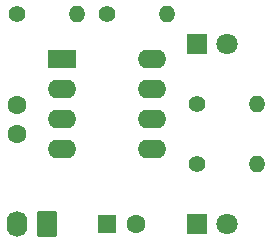
<source format=gbr>
%TF.GenerationSoftware,KiCad,Pcbnew,7.0.9*%
%TF.CreationDate,2023-12-20T18:15:34+03:00*%
%TF.ProjectId,FLIP_FLOP,464c4950-5f46-44c4-9f50-2e6b69636164,rev?*%
%TF.SameCoordinates,Original*%
%TF.FileFunction,Soldermask,Top*%
%TF.FilePolarity,Negative*%
%FSLAX46Y46*%
G04 Gerber Fmt 4.6, Leading zero omitted, Abs format (unit mm)*
G04 Created by KiCad (PCBNEW 7.0.9) date 2023-12-20 18:15:34*
%MOMM*%
%LPD*%
G01*
G04 APERTURE LIST*
G04 Aperture macros list*
%AMRoundRect*
0 Rectangle with rounded corners*
0 $1 Rounding radius*
0 $2 $3 $4 $5 $6 $7 $8 $9 X,Y pos of 4 corners*
0 Add a 4 corners polygon primitive as box body*
4,1,4,$2,$3,$4,$5,$6,$7,$8,$9,$2,$3,0*
0 Add four circle primitives for the rounded corners*
1,1,$1+$1,$2,$3*
1,1,$1+$1,$4,$5*
1,1,$1+$1,$6,$7*
1,1,$1+$1,$8,$9*
0 Add four rect primitives between the rounded corners*
20,1,$1+$1,$2,$3,$4,$5,0*
20,1,$1+$1,$4,$5,$6,$7,0*
20,1,$1+$1,$6,$7,$8,$9,0*
20,1,$1+$1,$8,$9,$2,$3,0*%
G04 Aperture macros list end*
%ADD10R,2.400000X1.600000*%
%ADD11O,2.400000X1.600000*%
%ADD12O,1.400000X1.400000*%
%ADD13C,1.400000*%
%ADD14RoundRect,0.250000X0.620000X0.845000X-0.620000X0.845000X-0.620000X-0.845000X0.620000X-0.845000X0*%
%ADD15O,1.740000X2.190000*%
%ADD16R,1.800000X1.800000*%
%ADD17C,1.800000*%
%ADD18C,1.600000*%
%ADD19R,1.600000X1.600000*%
G04 APERTURE END LIST*
D10*
%TO.C,U1*%
X118135000Y-56200000D03*
D11*
X118135000Y-58740000D03*
X118135000Y-61280000D03*
X118135000Y-63820000D03*
X125755000Y-63820000D03*
X125755000Y-61280000D03*
X125755000Y-58740000D03*
X125755000Y-56200000D03*
%TD*%
D12*
%TO.C,R4*%
X119420000Y-52380000D03*
D13*
X114340000Y-52380000D03*
%TD*%
%TO.C,R3*%
X121960000Y-52380000D03*
D12*
X127040000Y-52380000D03*
%TD*%
D13*
%TO.C,R2*%
X129580000Y-65080000D03*
D12*
X134660000Y-65080000D03*
%TD*%
D13*
%TO.C,R1*%
X129580000Y-60000000D03*
D12*
X134660000Y-60000000D03*
%TD*%
D14*
%TO.C,J2*%
X116880000Y-70160000D03*
D15*
X114340000Y-70160000D03*
%TD*%
D16*
%TO.C,D2*%
X129580000Y-70160000D03*
D17*
X132120000Y-70160000D03*
%TD*%
D16*
%TO.C,D1*%
X129580000Y-54920000D03*
D17*
X132120000Y-54920000D03*
%TD*%
D18*
%TO.C,C2*%
X114340000Y-62540000D03*
X114340000Y-60040000D03*
%TD*%
D19*
%TO.C,C1*%
X121960000Y-70160000D03*
D18*
X124460000Y-70160000D03*
%TD*%
M02*

</source>
